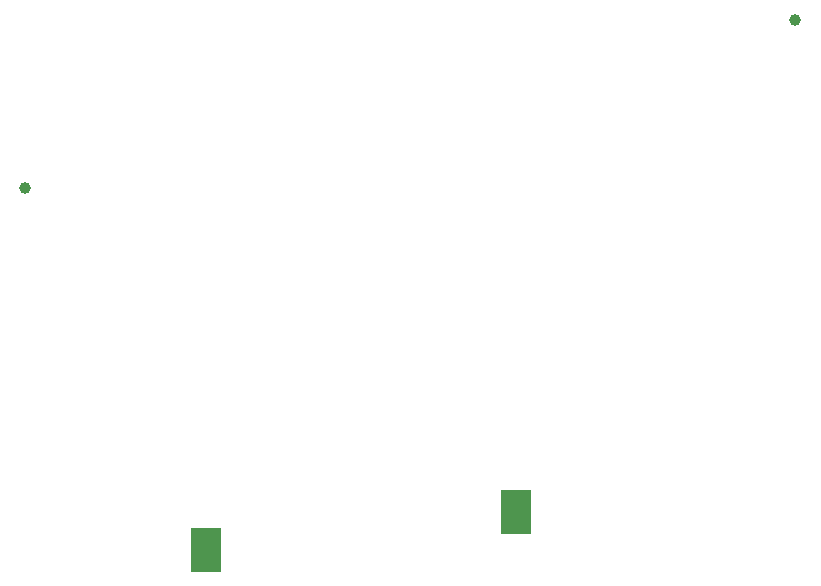
<source format=gbp>
G04 Layer_Color=128*
%FSLAX25Y25*%
%MOIN*%
G70*
G01*
G75*
%ADD21R,0.09842X0.14961*%
%ADD27C,0.03937*%
D21*
X172700Y31700D02*
D03*
X69300Y19300D02*
D03*
D27*
X265700Y195800D02*
D03*
X9100Y140000D02*
D03*
M02*

</source>
